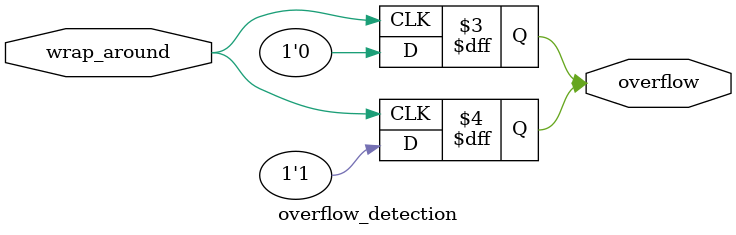
<source format=v>
`timescale 1ns/1ps

module binary_up_counter (
    input               clk,
    input               rst,
    input               en,

    output      [3:0]   count_out,
    output              overflow
);

    wire [3:0] count;
    wire wrap_around;

    // Instantiate the count control module
    count_control u_count_control (
        .clk(clk),
        .rst(rst),
        .en(en),
        .count(count),
        .wrap_around(wrap_around)
    );

    // Instantiate the overflow detection module
    overflow_detection u_overflow_detection (
        .wrap_around(wrap_around),
        .overflow(overflow)
    );

    assign count_out = count;

endmodule

module count_control (
    input               clk,
    input               rst,
    input               en,
    output reg [3:0]   count,
    output              wrap_around
);

    always @(posedge clk or posedge rst) begin
        if (rst) begin
            count <= 0;
        end
        else if (en) begin
            if (count == 4'b1111) begin
                count <= 0;
            end else begin
                count <= count + 1;
            end
        end
    end

    assign wrap_around = (count == 4'b1111) && en;

endmodule

module overflow_detection (
    input               wrap_around,
    output reg          overflow
);

    always @(posedge wrap_around) begin
        overflow <= 1'b1;
    end

    always @(negedge wrap_around) begin
        overflow <= 1'b0;
    end

endmodule

</source>
